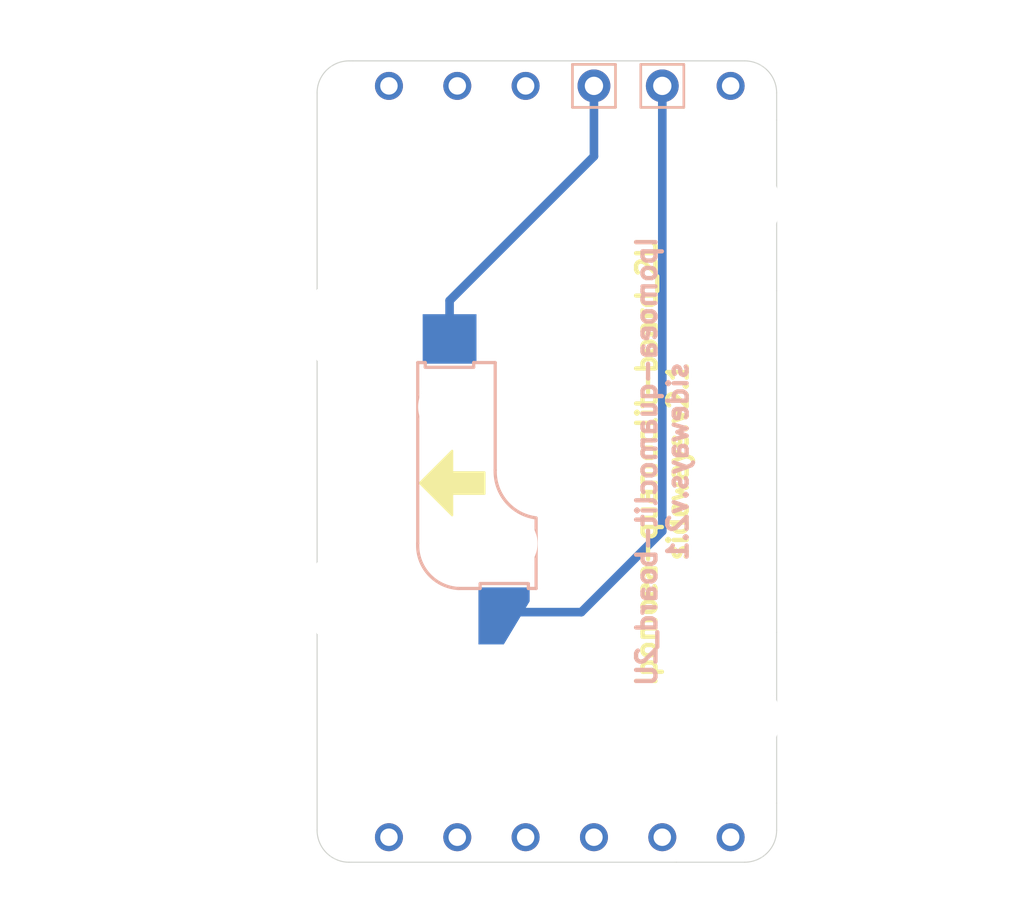
<source format=kicad_pcb>
(kicad_pcb (version 20171130) (host pcbnew "(5.1.6)-1")

  (general
    (thickness 1.6)
    (drawings 22)
    (tracks 6)
    (zones 0)
    (modules 19)
    (nets 3)
  )

  (page A4)
  (layers
    (0 F.Cu signal)
    (31 B.Cu signal)
    (32 B.Adhes user)
    (33 F.Adhes user)
    (34 B.Paste user)
    (35 F.Paste user)
    (36 B.SilkS user)
    (37 F.SilkS user)
    (38 B.Mask user)
    (39 F.Mask user)
    (40 Dwgs.User user)
    (41 Cmts.User user)
    (42 Eco1.User user)
    (43 Eco2.User user)
    (44 Edge.Cuts user)
    (45 Margin user)
    (46 B.CrtYd user)
    (47 F.CrtYd user)
    (48 B.Fab user)
    (49 F.Fab user)
  )

  (setup
    (last_trace_width 0.25)
    (user_trace_width 0.4)
    (user_trace_width 0.8)
    (trace_clearance 0.2)
    (zone_clearance 0.508)
    (zone_45_only no)
    (trace_min 0.2)
    (via_size 0.8)
    (via_drill 0.4)
    (via_min_size 0.4)
    (via_min_drill 0.3)
    (uvia_size 0.3)
    (uvia_drill 0.1)
    (uvias_allowed no)
    (uvia_min_size 0.2)
    (uvia_min_drill 0.1)
    (edge_width 0.05)
    (segment_width 0.2)
    (pcb_text_width 0.3)
    (pcb_text_size 1.5 1.5)
    (mod_edge_width 0.12)
    (mod_text_size 1 1)
    (mod_text_width 0.15)
    (pad_size 1.524 1.524)
    (pad_drill 0.762)
    (pad_to_mask_clearance 0.05)
    (aux_axis_origin 0 0)
    (visible_elements 7FFFFFFF)
    (pcbplotparams
      (layerselection 0x010f0_ffffffff)
      (usegerberextensions true)
      (usegerberattributes false)
      (usegerberadvancedattributes false)
      (creategerberjobfile false)
      (excludeedgelayer true)
      (linewidth 0.100000)
      (plotframeref false)
      (viasonmask false)
      (mode 1)
      (useauxorigin false)
      (hpglpennumber 1)
      (hpglpenspeed 20)
      (hpglpendiameter 15.000000)
      (psnegative false)
      (psa4output false)
      (plotreference true)
      (plotvalue true)
      (plotinvisibletext false)
      (padsonsilk false)
      (subtractmaskfromsilk true)
      (outputformat 1)
      (mirror false)
      (drillshape 0)
      (scaleselection 1)
      (outputdirectory "../GERBER/v2.1/I-quamoclit-board_2U_side.v2.1"))
  )

  (net 0 "")
  (net 1 "Net-(J1-Pad2)")
  (net 2 "Net-(J1-Pad1)")

  (net_class Default "This is the default net class."
    (clearance 0.2)
    (trace_width 0.25)
    (via_dia 0.8)
    (via_drill 0.4)
    (uvia_dia 0.3)
    (uvia_drill 0.1)
    (add_net "Net-(J1-Pad1)")
    (add_net "Net-(J1-Pad2)")
  )

  (module Ipomoea-library:Ipomoea-quamoclit_Board_2U_SPACER (layer F.Cu) (tedit 5EE619D0) (tstamp 5EFDDB26)
    (at 0 0 90)
    (fp_text reference REF** (at 6.35 12.7 90) (layer Dwgs.User)
      (effects (font (size 1 1) (thickness 0.15)))
    )
    (fp_text value Ipomoea-quamoclit_Board_2U_SPACER (at 0 -14.2875 90) (layer F.Fab)
      (effects (font (size 1 1) (thickness 0.15)))
    )
    (fp_circle (center 15.875 -9.525) (end 18.275 -9.525) (layer Eco1.User) (width 0.01))
    (fp_circle (center -15.875 -9.525) (end -13.475 -9.525) (layer Eco1.User) (width 0.01))
    (fp_circle (center 0 -9.525) (end 1.5 -9.525) (layer Eco1.User) (width 0.01))
    (fp_circle (center 0 9.525) (end 1.5 9.525) (layer Eco1.User) (width 0.01))
    (fp_circle (center -9.525 -9.525) (end -8.025 -9.525) (layer Eco1.User) (width 0.01))
    (fp_circle (center 0 9.525) (end 2.4 9.525) (layer Eco1.User) (width 0.01))
    (fp_circle (center 0 -9.525) (end 2 -9.525) (layer Eco1.User) (width 0.01))
    (fp_circle (center -19.05 -9.525) (end -19.05 -7.525) (layer Eco1.User) (width 0.01))
    (fp_circle (center 19.05 -9.525) (end 19.05 -7.525) (layer Eco1.User) (width 0.01))
    (fp_circle (center -15.875 -9.525) (end -15.875 -7.525) (layer Eco1.User) (width 0.01))
    (fp_circle (center 19.05 3.175) (end 19.05 5.175) (layer Eco1.User) (width 0.01))
    (fp_circle (center 19.05 0) (end 19.05 2) (layer Eco1.User) (width 0.01))
    (fp_circle (center 19.05 6.35) (end 19.05 8.35) (layer Eco1.User) (width 0.01))
    (fp_circle (center -9.525 9.525) (end -7.525 9.525) (layer Eco1.User) (width 0.01))
    (fp_circle (center 9.525 9.525) (end 11.525 9.525) (layer Eco1.User) (width 0.01))
    (fp_circle (center 9.525 -9.525) (end 11.925 -9.525) (layer Eco1.User) (width 0.01))
    (fp_circle (center 19.05 -3.175) (end 19.05 -1.175) (layer Eco1.User) (width 0.01))
    (fp_circle (center -9.525 -9.525) (end -7.125 -9.525) (layer Eco1.User) (width 0.01))
    (fp_circle (center -9.525 9.525) (end -8.025 9.525) (layer Eco1.User) (width 0.01))
    (fp_circle (center 0 9.525) (end 2 9.525) (layer Eco1.User) (width 0.01))
    (fp_circle (center 9.525 9.525) (end 11.025 9.525) (layer Eco1.User) (width 0.01))
    (fp_circle (center -9.525 9.525) (end -7.125 9.525) (layer Eco1.User) (width 0.01))
    (fp_circle (center -12.7 -9.525) (end -12.7 -7.525) (layer Eco1.User) (width 0.01))
    (fp_circle (center 15.875 -9.525) (end 15.875 -7.525) (layer Eco1.User) (width 0.01))
    (fp_circle (center 9.525 -9.525) (end 11.525 -9.525) (layer Eco1.User) (width 0.01))
    (fp_circle (center 9.525 -9.525) (end 11.025 -9.525) (layer Eco1.User) (width 0.01))
    (fp_circle (center -9.525 -9.525) (end -7.525 -9.525) (layer Eco1.User) (width 0.01))
    (fp_circle (center 0 -9.525) (end 2.4 -9.525) (layer Eco1.User) (width 0.01))
    (fp_circle (center 19.05 -6.35) (end 19.05 -4.35) (layer Eco1.User) (width 0.01))
    (fp_circle (center 9.525 9.525) (end 11.925 9.525) (layer Eco1.User) (width 0.01))
    (fp_circle (center 6.35 -9.525) (end 6.35 -11.525) (layer Eco1.User) (width 0.01))
    (fp_circle (center 3.175 -9.525) (end 3.175 -11.525) (layer Eco1.User) (width 0.01))
    (fp_circle (center -3.175 9.525) (end -3.175 7.525) (layer Eco1.User) (width 0.01))
    (fp_circle (center -3.175 -9.525) (end -3.175 -11.525) (layer Eco1.User) (width 0.01))
    (fp_circle (center 6.35 9.525) (end 6.35 7.525) (layer Eco1.User) (width 0.01))
    (fp_circle (center 3.175 9.525) (end 3.175 7.525) (layer Eco1.User) (width 0.01))
    (fp_circle (center -6.35 -9.525) (end -6.35 -11.525) (layer Eco1.User) (width 0.01))
    (fp_circle (center -6.35 9.525) (end -6.35 7.525) (layer Eco1.User) (width 0.01))
    (fp_circle (center -19.05 -6.35) (end -19.05 -4.35) (layer Eco1.User) (width 0.01))
    (fp_circle (center -19.05 -3.175) (end -19.05 -1.175) (layer Eco1.User) (width 0.01))
    (fp_circle (center -19.05 0) (end -19.05 2) (layer Eco1.User) (width 0.01))
    (fp_circle (center -19.05 3.175) (end -19.05 5.175) (layer Eco1.User) (width 0.01))
    (fp_circle (center -19.05 6.35) (end -19.05 8.35) (layer Eco1.User) (width 0.01))
    (fp_circle (center -15.875 9.525) (end -15.875 11.525) (layer Eco1.User) (width 0.01))
    (fp_circle (center -19.05 9.525) (end -19.05 11.525) (layer Eco1.User) (width 0.01))
    (fp_circle (center 15.875 9.525) (end 15.875 11.525) (layer Eco1.User) (width 0.01))
    (fp_circle (center 19.05 9.525) (end 19.05 11.525) (layer Eco1.User) (width 0.01))
    (fp_circle (center 12.7 -9.525) (end 14.7 -9.525) (layer Eco1.User) (width 0.01))
    (fp_circle (center 12.7 9.525) (end 14.7 9.525) (layer Eco1.User) (width 0.01))
    (fp_circle (center 19.05 9.525) (end 21.45 9.525) (layer Eco1.User) (width 0.01))
    (fp_circle (center -9.525 9.525) (end -11.025 9.525) (layer Eco1.User) (width 0.01))
    (fp_circle (center -12.7 9.525) (end -12.7 7.525) (layer Eco1.User) (width 0.01))
  )

  (module Ipomoea-library:Ipomoea-quamoclit_Board_1U_TH_1 (layer F.Cu) (tedit 5EFB45B4) (tstamp 5F6CA038)
    (at 7.9375 17.4625)
    (fp_text reference REF** (at 0 1.5875) (layer Dwgs.User)
      (effects (font (size 1 1) (thickness 0.15)))
    )
    (fp_text value Ipomoea-quamoclit_Board_1U_TH_1 (at 0 -1.5875) (layer F.Fab)
      (effects (font (size 1 1) (thickness 0.15)))
    )
    (pad "" thru_hole circle (at 0 0 180) (size 1.3 1.3) (drill 0.81) (layers *.Cu *.Mask))
  )

  (module Ipomoea-library:Ipomoea-quamoclit_Board_1U_TH_1 (layer F.Cu) (tedit 5EFB45B4) (tstamp 5F6CA030)
    (at 7.9375 -17.4625)
    (fp_text reference REF** (at 0 1.5875) (layer Dwgs.User)
      (effects (font (size 1 1) (thickness 0.15)))
    )
    (fp_text value Ipomoea-quamoclit_Board_1U_TH_1 (at 0 -1.5875) (layer F.Fab)
      (effects (font (size 1 1) (thickness 0.15)))
    )
    (pad "" thru_hole circle (at 0 0 180) (size 1.3 1.3) (drill 0.81) (layers *.Cu *.Mask))
  )

  (module Ipomoea-library:Square_2mm_x_2mm_Silk (layer F.Cu) (tedit 5F6B5FC4) (tstamp 5F6C9FB7)
    (at 4.7625 -17.4625)
    (fp_text reference * (at 0 0.5) (layer Dwgs.User)
      (effects (font (size 1 1) (thickness 0.15)))
    )
    (fp_text value " " (at 0 -0.5) (layer F.Fab)
      (effects (font (size 1 1) (thickness 0.15)))
    )
    (fp_line (start -1 -1) (end -1 1) (layer F.SilkS) (width 0.12))
    (fp_line (start -1 1) (end 1 1) (layer F.SilkS) (width 0.12))
    (fp_line (start 1 1) (end 1 -1) (layer F.SilkS) (width 0.12))
    (fp_line (start 1 -1) (end -1 -1) (layer F.SilkS) (width 0.12))
    (fp_line (start 1 1) (end -1 1) (layer B.SilkS) (width 0.12))
    (fp_line (start -1 -1) (end 1 -1) (layer B.SilkS) (width 0.12))
    (fp_line (start 1 -1) (end 1 1) (layer B.SilkS) (width 0.12))
    (fp_line (start -1 1) (end -1 -1) (layer B.SilkS) (width 0.12))
  )

  (module Ipomoea-library:Square_2mm_x_2mm_Silk (layer F.Cu) (tedit 5F6B5FC4) (tstamp 5F6C9FB5)
    (at 1.5875 -17.4625)
    (fp_text reference * (at 0 0.5) (layer Dwgs.User)
      (effects (font (size 1 1) (thickness 0.15)))
    )
    (fp_text value " " (at 0 -0.5) (layer F.Fab)
      (effects (font (size 1 1) (thickness 0.15)))
    )
    (fp_line (start -1 -1) (end -1 1) (layer F.SilkS) (width 0.12))
    (fp_line (start -1 1) (end 1 1) (layer F.SilkS) (width 0.12))
    (fp_line (start 1 1) (end 1 -1) (layer F.SilkS) (width 0.12))
    (fp_line (start 1 -1) (end -1 -1) (layer F.SilkS) (width 0.12))
    (fp_line (start 1 1) (end -1 1) (layer B.SilkS) (width 0.12))
    (fp_line (start -1 -1) (end 1 -1) (layer B.SilkS) (width 0.12))
    (fp_line (start 1 -1) (end 1 1) (layer B.SilkS) (width 0.12))
    (fp_line (start -1 1) (end -1 -1) (layer B.SilkS) (width 0.12))
  )

  (module Ipomoea-library:HOLE_M2_SPACER (layer F.Cu) (tedit 5D0F3CB5) (tstamp 5EFDDB1F)
    (at -9.525 6.35)
    (descr "Mounting Hole 2.2mm, no annular, M2")
    (tags "mounting hole 2.2mm no annular m2")
    (attr virtual)
    (fp_text reference Ref** (at 0 -3.2) (layer F.Fab)
      (effects (font (size 1 1) (thickness 0.15)))
    )
    (fp_text value Val** (at 0 3.2) (layer F.Fab)
      (effects (font (size 1 1) (thickness 0.15)))
    )
    (fp_circle (center 0 0) (end 2.2 0) (layer Cmts.User) (width 0.15))
    (fp_circle (center 0 0) (end 2.4 0) (layer F.CrtYd) (width 0.05))
    (fp_text user %R (at 0.3 0) (layer F.Fab)
      (effects (font (size 1 1) (thickness 0.15)))
    )
    (pad "" np_thru_hole circle (at 0 0) (size 4.8 4.8) (drill 4.8) (layers *.Cu *.Mask))
  )

  (module Ipomoea-library:Ipomoea-quamoclit_Board_1U_TH_1 (layer F.Cu) (tedit 5EFB45B4) (tstamp 5EFDDB1B)
    (at 4.7625 17.4625)
    (fp_text reference REF** (at 0 1.5875) (layer Dwgs.User)
      (effects (font (size 1 1) (thickness 0.15)))
    )
    (fp_text value Ipomoea-quamoclit_Board_1U_TH_1 (at 0 -1.5875) (layer F.Fab)
      (effects (font (size 1 1) (thickness 0.15)))
    )
    (pad "" thru_hole circle (at 0 0 180) (size 1.3 1.3) (drill 0.81) (layers *.Cu *.Mask))
  )

  (module Ipomoea-library:HOLE_M2_SPACER (layer F.Cu) (tedit 5D0F3CB5) (tstamp 5EFDDB0F)
    (at -9.525 -6.35)
    (descr "Mounting Hole 2.2mm, no annular, M2")
    (tags "mounting hole 2.2mm no annular m2")
    (attr virtual)
    (fp_text reference Ref** (at 0 -3.2) (layer F.Fab)
      (effects (font (size 1 1) (thickness 0.15)))
    )
    (fp_text value Val** (at 0 3.2) (layer F.Fab)
      (effects (font (size 1 1) (thickness 0.15)))
    )
    (fp_circle (center 0 0) (end 2.2 0) (layer Cmts.User) (width 0.15))
    (fp_circle (center 0 0) (end 2.4 0) (layer F.CrtYd) (width 0.05))
    (fp_text user %R (at 0.3 0) (layer F.Fab)
      (effects (font (size 1 1) (thickness 0.15)))
    )
    (pad "" np_thru_hole circle (at 0 0) (size 4.8 4.8) (drill 4.8) (layers *.Cu *.Mask))
  )

  (module Ipomoea-library:Ipomoea-quamoclit_Base_SCREW_HOLE_2.1 (layer F.Cu) (tedit 5E36815D) (tstamp 5EFDDB0B)
    (at -9.525 0)
    (fp_text reference REF** (at 0 3.175) (layer Dwgs.User)
      (effects (font (size 1 1) (thickness 0.15)))
    )
    (fp_text value Ipomoea-quamoclit_Base_SCREW_HOLE_2.1 (at 0 -3.175) (layer F.Fab)
      (effects (font (size 1 1) (thickness 0.15)))
    )
    (pad "" np_thru_hole circle (at 0 0) (size 2.1 2.1) (drill 2.1) (layers *.Cu *.Mask))
  )

  (module Ipomoea-library:Ipomoea-quamoclit_Board_2U_Stabilizer_Hole (layer F.Cu) (tedit 5EE0E5F2) (tstamp 5EFDDAFC)
    (at 0 0 90)
    (fp_text reference REF** (at 6.35 12.7 90) (layer Dwgs.User)
      (effects (font (size 1 1) (thickness 0.15)))
    )
    (fp_text value Ipomoea-quamoclit_Board_2U_Stabilizer_Hole (at 0 -14.2875 90) (layer F.Fab)
      (effects (font (size 1 1) (thickness 0.15)))
    )
    (fp_line (start 15.367 -7.62) (end 8.509 -7.62) (layer Cmts.User) (width 0.1524))
    (fp_line (start -15.367 -7.62) (end -15.367 10.16) (layer Cmts.User) (width 0.1524))
    (fp_line (start -8.509 -7.62) (end -15.367 -7.62) (layer Cmts.User) (width 0.1524))
    (fp_line (start 8.509 -7.62) (end 8.509 7.62) (layer Cmts.User) (width 0.1524))
    (fp_line (start -15.367 10.16) (end 15.367 10.16) (layer Cmts.User) (width 0.1524))
    (fp_line (start -8.509 7.62) (end -8.509 -7.62) (layer Cmts.User) (width 0.1524))
    (fp_line (start 15.367 10.16) (end 15.367 -7.62) (layer Cmts.User) (width 0.1524))
    (fp_line (start 8.509 7.62) (end -8.509 7.62) (layer Cmts.User) (width 0.1524))
    (pad "" np_thru_hole circle (at 11.938 8.255 90) (size 3.9878 3.9878) (drill 3.9878) (layers *.Cu *.Mask))
    (pad "" np_thru_hole circle (at -11.938 8.255 90) (size 3.9878 3.9878) (drill 3.9878) (layers *.Cu *.Mask))
    (pad "" np_thru_hole circle (at 11.938 -6.985 90) (size 3.048 3.048) (drill 3.048) (layers *.Cu *.Mask))
    (pad "" np_thru_hole circle (at -11.938 -6.985 90) (size 3.048 3.048) (drill 3.048) (layers *.Cu *.Mask))
  )

  (module Ipomoea-library:Ipomoea-quamoclit_Board_1U_TH_1 (layer F.Cu) (tedit 5EFB45B4) (tstamp 5EFDDAF8)
    (at -4.7625 17.4625)
    (fp_text reference REF** (at 0 1.5875) (layer Dwgs.User)
      (effects (font (size 1 1) (thickness 0.15)))
    )
    (fp_text value Ipomoea-quamoclit_Board_1U_TH_1 (at 0 -1.5875) (layer F.Fab)
      (effects (font (size 1 1) (thickness 0.15)))
    )
    (pad "" thru_hole circle (at 0 0 180) (size 1.3 1.3) (drill 0.81) (layers *.Cu *.Mask))
  )

  (module Ipomoea-library:Ipomoea-quamoclit_Board_1U_TH_1 (layer F.Cu) (tedit 5EFB45B4) (tstamp 5EFDDAF4)
    (at -4.7625 -17.4625)
    (fp_text reference REF** (at 0 1.5875) (layer Dwgs.User)
      (effects (font (size 1 1) (thickness 0.15)))
    )
    (fp_text value Ipomoea-quamoclit_Board_1U_TH_1 (at 0 -1.5875) (layer F.Fab)
      (effects (font (size 1 1) (thickness 0.15)))
    )
    (pad "" thru_hole circle (at 0 0 180) (size 1.3 1.3) (drill 0.81) (layers *.Cu *.Mask))
  )

  (module Ipomoea-library:Ipomoea-quamoclit_Board_1U_TH_1 (layer F.Cu) (tedit 5EFB45B4) (tstamp 5EFDDAC8)
    (at 1.5875 17.4625)
    (fp_text reference REF** (at 0 1.5875) (layer Dwgs.User)
      (effects (font (size 1 1) (thickness 0.15)))
    )
    (fp_text value Ipomoea-quamoclit_Board_1U_TH_1 (at 0 -1.5875) (layer F.Fab)
      (effects (font (size 1 1) (thickness 0.15)))
    )
    (pad "" thru_hole circle (at 0 0 180) (size 1.3 1.3) (drill 0.81) (layers *.Cu *.Mask))
  )

  (module Ipomoea-library:Ipomoea-quamoclit_Board_1U_TH_1 (layer F.Cu) (tedit 5EFB45B4) (tstamp 5EFDDAC4)
    (at -7.9375 -17.4625)
    (fp_text reference REF** (at 0 1.5875) (layer Dwgs.User)
      (effects (font (size 1 1) (thickness 0.15)))
    )
    (fp_text value Ipomoea-quamoclit_Board_1U_TH_1 (at 0 -1.5875) (layer F.Fab)
      (effects (font (size 1 1) (thickness 0.15)))
    )
    (pad "" thru_hole circle (at 0 0 180) (size 1.3 1.3) (drill 0.81) (layers *.Cu *.Mask))
  )

  (module Ipomoea-library:Ipomoea-quamoclit_Board_1U_TH_1 (layer F.Cu) (tedit 5EFB45B4) (tstamp 5EFDDAC0)
    (at -1.5875 -17.4625)
    (fp_text reference REF** (at 0 1.5875) (layer Dwgs.User)
      (effects (font (size 1 1) (thickness 0.15)))
    )
    (fp_text value Ipomoea-quamoclit_Board_1U_TH_1 (at 0 -1.5875) (layer F.Fab)
      (effects (font (size 1 1) (thickness 0.15)))
    )
    (pad "" thru_hole circle (at 0 0 180) (size 1.3 1.3) (drill 0.81) (layers *.Cu *.Mask))
  )

  (module Ipomoea-library:Ipomoea-quamoclit_Board_1U_TH_1 (layer F.Cu) (tedit 5EFB45B4) (tstamp 5EFDDABC)
    (at -1.5875 17.4625)
    (fp_text reference REF** (at 0 1.5875) (layer Dwgs.User)
      (effects (font (size 1 1) (thickness 0.15)))
    )
    (fp_text value Ipomoea-quamoclit_Board_1U_TH_1 (at 0 -1.5875) (layer F.Fab)
      (effects (font (size 1 1) (thickness 0.15)))
    )
    (pad "" thru_hole circle (at 0 0 180) (size 1.3 1.3) (drill 0.81) (layers *.Cu *.Mask))
  )

  (module Ipomoea-library:Ipomoea-quamoclit_Board_1U_TH_1 (layer F.Cu) (tedit 5EFB45B4) (tstamp 5EFDDAA1)
    (at -7.9375 17.4625)
    (fp_text reference REF** (at 0 1.5875) (layer Dwgs.User)
      (effects (font (size 1 1) (thickness 0.15)))
    )
    (fp_text value Ipomoea-quamoclit_Board_1U_TH_1 (at 0 -1.5875) (layer F.Fab)
      (effects (font (size 1 1) (thickness 0.15)))
    )
    (pad "" thru_hole circle (at 0 0 180) (size 1.3 1.3) (drill 0.81) (layers *.Cu *.Mask))
  )

  (module Ipomoea-library:Ipomoea-quamoclit_Board_1U_TH_2 (layer F.Cu) (tedit 5EDCF8BE) (tstamp 5EFDE1A1)
    (at 3.175 -17.4625 180)
    (path /5EFD231E)
    (fp_text reference J1 (at 0 1.5875) (layer Dwgs.User)
      (effects (font (size 1 1) (thickness 0.15)))
    )
    (fp_text value Conn_01x02 (at 0 -1.5875) (layer F.Fab)
      (effects (font (size 1 1) (thickness 0.15)))
    )
    (pad 1 thru_hole circle (at -1.5875 0) (size 1.524 1.524) (drill 0.85) (layers *.Cu *.Mask)
      (net 2 "Net-(J1-Pad1)"))
    (pad 2 thru_hole circle (at 1.5875 0) (size 1.524 1.524) (drill 0.85) (layers *.Cu *.Mask)
      (net 1 "Net-(J1-Pad2)"))
  )

  (module Ipomoea-library:Ipomoea-quamoclit_Board_1U_CherryMX_Hotswap (layer F.Cu) (tedit 5F6C375D) (tstamp 5EFDE1CA)
    (at 0 0 90)
    (path /5E3E4EEB)
    (fp_text reference SW1 (at 7.1 8.2 90) (layer F.SilkS) hide
      (effects (font (size 1 1) (thickness 0.15)))
    )
    (fp_text value SW_PUSH (at -4.8 8.3 90) (layer F.Fab) hide
      (effects (font (size 1 1) (thickness 0.15)))
    )
    (fp_poly (pts (xy 6.85 -4.12) (xy 4.55 -4.12) (xy 4.55 -6.12) (xy 6.85 -6.12)) (layer Dwgs.User) (width 0))
    (fp_poly (pts (xy -5.85 -1.58) (xy -8.15 -1.58) (xy -8.15 -3.58) (xy -5.85 -3.58)) (layer Dwgs.User) (width 0))
    (fp_line (start 4.6 -6.6) (end -3.800001 -6.6) (layer B.SilkS) (width 0.15))
    (fp_line (start -5.9 -3.7) (end -5.7 -3.7) (layer B.SilkS) (width 0.15))
    (fp_line (start -5.7 -1.46) (end -5.9 -1.46) (layer B.SilkS) (width 0.15))
    (fp_line (start 4.6 -4) (end 4.4 -4) (layer B.SilkS) (width 0.15))
    (fp_line (start -0.4 -3) (end 4.6 -3) (layer B.SilkS) (width 0.15))
    (fp_line (start 4.4 -6.25) (end 4.6 -6.25) (layer B.SilkS) (width 0.15))
    (fp_line (start -5.9 -1.1) (end -2.62 -1.1) (layer B.SilkS) (width 0.15))
    (fp_line (start 4.6 -3) (end 4.6 -4) (layer B.SilkS) (width 0.15))
    (fp_line (start 4.6 -6.25) (end 4.6 -6.6) (layer B.SilkS) (width 0.15))
    (fp_line (start -5.9 -4.7) (end -5.9 -3.7) (layer B.SilkS) (width 0.15))
    (fp_line (start 4.38 -4) (end 4.38 -6.25) (layer B.SilkS) (width 0.15))
    (fp_line (start -5.67 -3.7) (end -5.67 -1.46) (layer B.SilkS) (width 0.15))
    (fp_line (start -5.9 -1.1) (end -5.9 -1.46) (layer B.SilkS) (width 0.15))
    (fp_poly (pts (xy 0.5 -5) (xy -0.5 -5) (xy -0.5 -3.5) (xy -1.5 -3.5)
      (xy -1.5 -5) (xy -2.5 -5) (xy -1 -6.5)) (layer F.SilkS) (width 0.1))
    (fp_line (start -7 7) (end -6 7) (layer Dwgs.User) (width 0.15))
    (fp_line (start 7 -7) (end 7 -6) (layer Dwgs.User) (width 0.15))
    (fp_line (start -7 -7) (end -6 -7) (layer Dwgs.User) (width 0.15))
    (fp_line (start 7 7) (end 7 6) (layer Dwgs.User) (width 0.15))
    (fp_line (start 6 7) (end 7 7) (layer Dwgs.User) (width 0.15))
    (fp_line (start -7 6) (end -7 7) (layer Dwgs.User) (width 0.15))
    (fp_line (start 7 -7) (end 6 -7) (layer Dwgs.User) (width 0.15))
    (fp_line (start -7 -6) (end -7 -7) (layer Dwgs.User) (width 0.15))
    (fp_line (start -9.525 9.525) (end -9.525 -9.525) (layer Dwgs.User) (width 0.15))
    (fp_line (start 9.525 9.525) (end -9.525 9.525) (layer Dwgs.User) (width 0.15))
    (fp_line (start 9.525 -9.525) (end 9.525 9.525) (layer Dwgs.User) (width 0.15))
    (fp_line (start -9.525 -9.525) (end 9.525 -9.525) (layer Dwgs.User) (width 0.15))
    (fp_arc (start -0.465 -0.83) (end -0.4 -3) (angle -84) (layer B.SilkS) (width 0.15))
    (fp_arc (start -3.9 -4.6) (end -3.800001 -6.6) (angle -90) (layer B.SilkS) (width 0.15))
    (pad "" np_thru_hole circle (at 0 0 180) (size 4.1 4.1) (drill 4.1) (layers *.Cu *.Mask))
    (pad "" np_thru_hole circle (at 5.08 0 90) (size 1.9 1.9) (drill 1.9) (layers *.Cu *.Mask))
    (pad "" np_thru_hole circle (at -5.08 0 90) (size 1.9 1.9) (drill 1.9) (layers *.Cu *.Mask))
    (pad 1 smd custom (at -7 -2.7 90) (size 1.524 1.524) (layers B.Cu B.Paste B.Mask)
      (net 2 "Net-(J1-Pad1)") (zone_connect 0)
      (options (clearance outline) (anchor circle))
      (primitives
        (gr_poly (pts
           (xy 1.15 1.3) (xy 0.5 1.3) (xy -1.5 0.1) (xy -1.5 -1.08) (xy 1.15 -1.08)
) (width 0))
      ))
    (pad "" np_thru_hole circle (at 2.54 -5.08 270) (size 3 3) (drill 3) (layers *.Cu *.Mask))
    (pad 2 smd rect (at 5.7 -5.12 270) (size 2.3 2.5) (layers B.Cu B.Paste B.Mask)
      (net 1 "Net-(J1-Pad2)"))
    (pad "" np_thru_hole circle (at -3.81 -2.54 270) (size 3 3) (drill 3) (layers *.Cu *.Mask))
  )

  (gr_line (start -11.275 -17.1375) (end -11.275 17.1375) (layer Edge.Cuts) (width 0.05) (tstamp 5F6C3B2B))
  (gr_circle (center -9.525 0) (end -7.2 0) (layer Dwgs.User) (width 0.1) (tstamp 5F6C3B2A))
  (gr_text "Ipomoea-quamoclit-board_2U\nsideways.v2.1" (at 4.7625 0 90) (layer B.SilkS) (tstamp 5F0221D6)
    (effects (font (size 0.9 0.9) (thickness 0.2)) (justify mirror))
  )
  (gr_text "Ipomoea-quamoclit-board_2U\nsideways.v2.1" (at 4.7625 0 90) (layer F.SilkS) (tstamp 5F0221D5)
    (effects (font (size 0.9 0.9) (thickness 0.2)))
  )
  (gr_circle (center -9.525 0) (end -7.775 0) (layer B.Fab) (width 0.15) (tstamp 5EFDDABB))
  (gr_line (start 10.075 17.1375) (end 10.075 15.875) (layer Edge.Cuts) (width 0.05) (tstamp 5EFDDAB9))
  (gr_line (start 4.575 -18.625) (end -9.625 -18.625) (layer Edge.Cuts) (width 0.05) (tstamp 5EFDDAB8))
  (gr_arc (start 8.5875 17.1375) (end 8.5875 18.625) (angle -90) (layer Edge.Cuts) (width 0.05) (tstamp 5EFDDAB7))
  (gr_line (start -9.7875 -18.625) (end -9.625 -18.625) (layer Edge.Cuts) (width 0.05) (tstamp 5EFDDAB6))
  (gr_arc (start -9.7875 17.1375) (end -11.275 17.1375) (angle -90) (layer Edge.Cuts) (width 0.05) (tstamp 5EFDDAB5))
  (gr_arc (start 8.5875 -17.1375) (end 10.075 -17.1375) (angle -90) (layer Edge.Cuts) (width 0.05) (tstamp 5EFDDAB4))
  (gr_line (start -9.7875 18.625) (end 5.4125 18.625) (layer Edge.Cuts) (width 0.05) (tstamp 5EFDDAA0))
  (gr_circle (center 12.7 12.7) (end 15.1 12.7) (layer Eco1.User) (width 0.01) (tstamp 5EFDDA9F))
  (gr_circle (center 15.875 12.7) (end 18.275 12.7) (layer Eco1.User) (width 0.01) (tstamp 5EFDDA9E))
  (gr_line (start 5.4125 -18.625) (end 8.5875 -18.625) (layer Edge.Cuts) (width 0.05) (tstamp 5EFDDA9D))
  (gr_line (start 10.075 -7.9375) (end 10.075 -15.875) (layer Edge.Cuts) (width 0.05) (tstamp 5EFDDA9C))
  (gr_line (start 4.575 -18.625) (end 5.4125 -18.625) (layer Edge.Cuts) (width 0.05) (tstamp 5EFDDA9B))
  (gr_line (start 8.5875 18.625) (end 5.4125 18.625) (layer Edge.Cuts) (width 0.05) (tstamp 5EFDDA9A))
  (gr_line (start 10.075 7.9375) (end 10.075 15.875) (layer Edge.Cuts) (width 0.05) (tstamp 5EFDDA99))
  (gr_line (start 10.075 -15.875) (end 10.075 -17.1375) (layer Edge.Cuts) (width 0.05) (tstamp 5EFDDA98))
  (gr_line (start 10.075 7.9375) (end 10.075 -7.9375) (layer Edge.Cuts) (width 0.05) (tstamp 5EFDDA97))
  (gr_arc (start -9.7875 -17.1375) (end -9.7875 -18.625) (angle -90) (layer Edge.Cuts) (width 0.05) (tstamp 5EFDDA96))

  (segment (start -5.12 -5.7) (end -5.12 -7.48) (width 0.4) (layer B.Cu) (net 1))
  (segment (start 1.5875 -14.1875) (end 1.5875 -17.4625) (width 0.4) (layer B.Cu) (net 1))
  (segment (start -5.12 -7.48) (end 1.5875 -14.1875) (width 0.4) (layer B.Cu) (net 1))
  (segment (start 4.7625 3.2375) (end 4.7625 -17.4625) (width 0.4) (layer B.Cu) (net 2))
  (segment (start -2.7 7) (end 1 7) (width 0.4) (layer B.Cu) (net 2))
  (segment (start 1 7) (end 4.7625 3.2375) (width 0.4) (layer B.Cu) (net 2))

)

</source>
